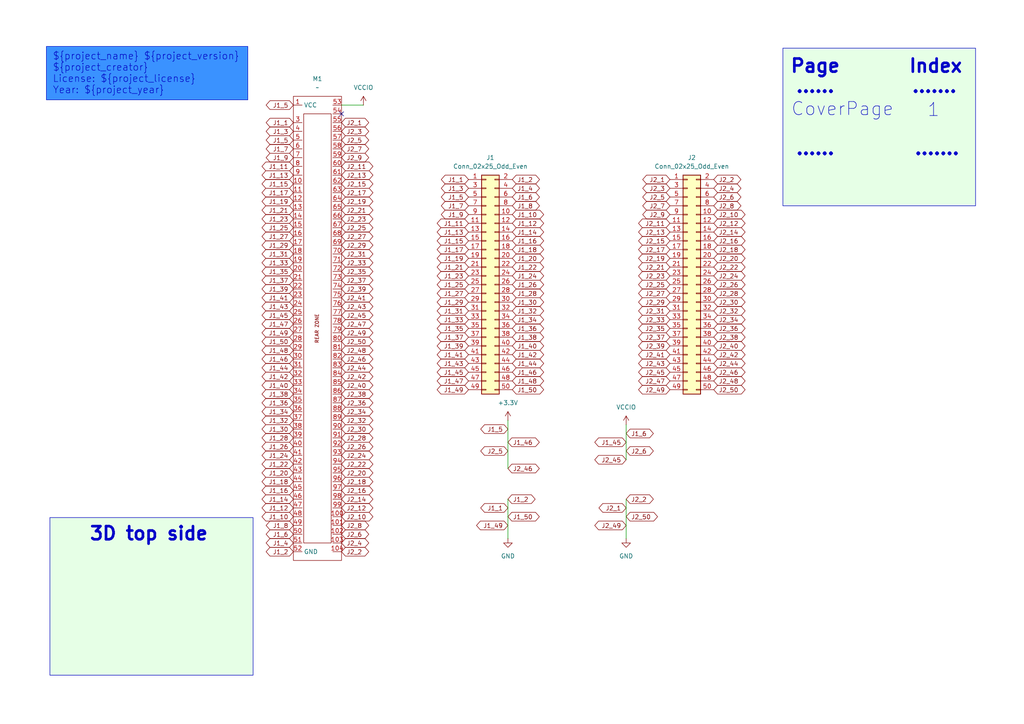
<source format=kicad_sch>
(kicad_sch (version 20250114) (generator "eeschema") (generator_version "9.0")
  (paper "A4")
  (title_block (title "${project_name}") (date "2025-11-10") (rev "${project_version}") (company "${project_creator}") (comment 1 "${project_license}"))
  (lib_symbols
    (symbol "Connector_Generic:Conn_02x25_Odd_Even" (pin_names (offset 1.016) (hide yes))
      (property "Reference" "J" (at 1.27 33.02 0))
      (property "Value" "Conn_02x25_Odd_Even" (at 1.27 -33.02 0))
      (symbol "Conn_02x25_Odd_Even_1_1"
        (rectangle (start -1.27 31.75) (end 3.81 -31.75) (stroke (width 0.254)) (fill (type background)))
        (rectangle (start -1.27 30.607) (end 0 30.353) (stroke (width 0.1524)))
        (rectangle (start -1.27 28.067) (end 0 27.813) (stroke (width 0.1524)))
        (rectangle (start -1.27 25.527) (end 0 25.273) (stroke (width 0.1524)))
        (rectangle (start -1.27 22.987) (end 0 22.733) (stroke (width 0.1524)))
        (rectangle (start -1.27 20.447) (end 0 20.193) (stroke (width 0.1524)))
        (rectangle (start -1.27 17.907) (end 0 17.653) (stroke (width 0.1524)))
        (rectangle (start -1.27 15.367) (end 0 15.113) (stroke (width 0.1524)))
        (rectangle (start -1.27 12.827) (end 0 12.573) (stroke (width 0.1524)))
        (rectangle (start -1.27 10.287) (end 0 10.033) (stroke (width 0.1524)))
        (rectangle (start -1.27 7.747) (end 0 7.493) (stroke (width 0.1524)))
        (rectangle (start -1.27 5.207) (end 0 4.953) (stroke (width 0.1524)))
        (rectangle (start -1.27 2.667) (end 0 2.413) (stroke (width 0.1524)))
        (rectangle (start -1.27 0.127) (end 0 -0.127) (stroke (width 0.1524)))
        (rectangle (start -1.27 -2.413) (end 0 -2.667) (stroke (width 0.1524)))
        (rectangle (start -1.27 -4.953) (end 0 -5.207) (stroke (width 0.1524)))
        (rectangle (start -1.27 -7.493) (end 0 -7.747) (stroke (width 0.1524)))
        (rectangle (start -1.27 -10.033) (end 0 -10.287) (stroke (width 0.1524)))
        (rectangle (start -1.27 -12.573) (end 0 -12.827) (stroke (width 0.1524)))
        (rectangle (start -1.27 -15.113) (end 0 -15.367) (stroke (width 0.1524)))
        (rectangle (start -1.27 -17.653) (end 0 -17.907) (stroke (width 0.1524)))
        (rectangle (start -1.27 -20.193) (end 0 -20.447) (stroke (width 0.1524)))
        (rectangle (start -1.27 -22.733) (end 0 -22.987) (stroke (width 0.1524)))
        (rectangle (start -1.27 -25.273) (end 0 -25.527) (stroke (width 0.1524)))
        (rectangle (start -1.27 -27.813) (end 0 -28.067) (stroke (width 0.1524)))
        (rectangle (start -1.27 -30.353) (end 0 -30.607) (stroke (width 0.1524)))
        (rectangle (start 3.81 30.607) (end 2.54 30.353) (stroke (width 0.1524)))
        (rectangle (start 3.81 28.067) (end 2.54 27.813) (stroke (width 0.1524)))
        (rectangle (start 3.81 25.527) (end 2.54 25.273) (stroke (width 0.1524)))
        (rectangle (start 3.81 22.987) (end 2.54 22.733) (stroke (width 0.1524)))
        (rectangle (start 3.81 20.447) (end 2.54 20.193) (stroke (width 0.1524)))
        (rectangle (start 3.81 17.907) (end 2.54 17.653) (stroke (width 0.1524)))
        (rectangle (start 3.81 15.367) (end 2.54 15.113) (stroke (width 0.1524)))
        (rectangle (start 3.81 12.827) (end 2.54 12.573) (stroke (width 0.1524)))
        (rectangle (start 3.81 10.287) (end 2.54 10.033) (stroke (width 0.1524)))
        (rectangle (start 3.81 7.747) (end 2.54 7.493) (stroke (width 0.1524)))
        (rectangle (start 3.81 5.207) (end 2.54 4.953) (stroke (width 0.1524)))
        (rectangle (start 3.81 2.667) (end 2.54 2.413) (stroke (width 0.1524)))
        (rectangle (start 3.81 0.127) (end 2.54 -0.127) (stroke (width 0.1524)))
        (rectangle (start 3.81 -2.413) (end 2.54 -2.667) (stroke (width 0.1524)))
        (rectangle (start 3.81 -4.953) (end 2.54 -5.207) (stroke (width 0.1524)))
        (rectangle (start 3.81 -7.493) (end 2.54 -7.747) (stroke (width 0.1524)))
        (rectangle (start 3.81 -10.033) (end 2.54 -10.287) (stroke (width 0.1524)))
        (rectangle (start 3.81 -12.573) (end 2.54 -12.827) (stroke (width 0.1524)))
        (rectangle (start 3.81 -15.113) (end 2.54 -15.367) (stroke (width 0.1524)))
        (rectangle (start 3.81 -17.653) (end 2.54 -17.907) (stroke (width 0.1524)))
        (rectangle (start 3.81 -20.193) (end 2.54 -20.447) (stroke (width 0.1524)))
        (rectangle (start 3.81 -22.733) (end 2.54 -22.987) (stroke (width 0.1524)))
        (rectangle (start 3.81 -25.273) (end 2.54 -25.527) (stroke (width 0.1524)))
        (rectangle (start 3.81 -27.813) (end 2.54 -28.067) (stroke (width 0.1524)))
        (rectangle (start 3.81 -30.353) (end 2.54 -30.607) (stroke (width 0.1524)))
        (pin passive line (at -5.08 30.48 0) (length 3.81) (name "Pin_1") (number "1"))
        (pin passive line (at -5.08 27.94 0) (length 3.81) (name "Pin_3") (number "3"))
        (pin passive line (at -5.08 25.4 0) (length 3.81) (name "Pin_5") (number "5"))
        (pin passive line (at -5.08 22.86 0) (length 3.81) (name "Pin_7") (number "7"))
        (pin passive line (at -5.08 20.32 0) (length 3.81) (name "Pin_9") (number "9"))
        (pin passive line (at -5.08 17.78 0) (length 3.81) (name "Pin_11") (number "11"))
        (pin passive line (at -5.08 15.24 0) (length 3.81) (name "Pin_13") (number "13"))
        (pin passive line (at -5.08 12.7 0) (length 3.81) (name "Pin_15") (number "15"))
        (pin passive line (at -5.08 10.16 0) (length 3.81) (name "Pin_17") (number "17"))
        (pin passive line (at -5.08 7.62 0) (length 3.81) (name "Pin_19") (number "19"))
        (pin passive line (at -5.08 5.08 0) (length 3.81) (name "Pin_21") (number "21"))
        (pin passive line (at -5.08 2.54 0) (length 3.81) (name "Pin_23") (number "23"))
        (pin passive line (at -5.08 0 0) (length 3.81) (name "Pin_25") (number "25"))
        (pin passive line (at -5.08 -2.54 0) (length 3.81) (name "Pin_27") (number "27"))
        (pin passive line (at -5.08 -5.08 0) (length 3.81) (name "Pin_29") (number "29"))
        (pin passive line (at -5.08 -7.62 0) (length 3.81) (name "Pin_31") (number "31"))
        (pin passive line (at -5.08 -10.16 0) (length 3.81) (name "Pin_33") (number "33"))
        (pin passive line (at -5.08 -12.7 0) (length 3.81) (name "Pin_35") (number "35"))
        (pin passive line (at -5.08 -15.24 0) (length 3.81) (name "Pin_37") (number "37"))
        (pin passive line (at -5.08 -17.78 0) (length 3.81) (name "Pin_39") (number "39"))
        (pin passive line (at -5.08 -20.32 0) (length 3.81) (name "Pin_41") (number "41"))
        (pin passive line (at -5.08 -22.86 0) (length 3.81) (name "Pin_43") (number "43"))
        (pin passive line (at -5.08 -25.4 0) (length 3.81) (name "Pin_45") (number "45"))
        (pin passive line (at -5.08 -27.94 0) (length 3.81) (name "Pin_47") (number "47"))
        (pin passive line (at -5.08 -30.48 0) (length 3.81) (name "Pin_49") (number "49"))
        (pin passive line (at 7.62 30.48 180) (length 3.81) (name "Pin_2") (number "2"))
        (pin passive line (at 7.62 27.94 180) (length 3.81) (name "Pin_4") (number "4"))
        (pin passive line (at 7.62 25.4 180) (length 3.81) (name "Pin_6") (number "6"))
        (pin passive line (at 7.62 22.86 180) (length 3.81) (name "Pin_8") (number "8"))
        (pin passive line (at 7.62 20.32 180) (length 3.81) (name "Pin_10") (number "10"))
        (pin passive line (at 7.62 17.78 180) (length 3.81) (name "Pin_12") (number "12"))
        (pin passive line (at 7.62 15.24 180) (length 3.81) (name "Pin_14") (number "14"))
        (pin passive line (at 7.62 12.7 180) (length 3.81) (name "Pin_16") (number "16"))
        (pin passive line (at 7.62 10.16 180) (length 3.81) (name "Pin_18") (number "18"))
        (pin passive line (at 7.62 7.62 180) (length 3.81) (name "Pin_20") (number "20"))
        (pin passive line (at 7.62 5.08 180) (length 3.81) (name "Pin_22") (number "22"))
        (pin passive line (at 7.62 2.54 180) (length 3.81) (name "Pin_24") (number "24"))
        (pin passive line (at 7.62 0 180) (length 3.81) (name "Pin_26") (number "26"))
        (pin passive line (at 7.62 -2.54 180) (length 3.81) (name "Pin_28") (number "28"))
        (pin passive line (at 7.62 -5.08 180) (length 3.81) (name "Pin_30") (number "30"))
        (pin passive line (at 7.62 -7.62 180) (length 3.81) (name "Pin_32") (number "32"))
        (pin passive line (at 7.62 -10.16 180) (length 3.81) (name "Pin_34") (number "34"))
        (pin passive line (at 7.62 -12.7 180) (length 3.81) (name "Pin_36") (number "36"))
        (pin passive line (at 7.62 -15.24 180) (length 3.81) (name "Pin_38") (number "38"))
        (pin passive line (at 7.62 -17.78 180) (length 3.81) (name "Pin_40") (number "40"))
        (pin passive line (at 7.62 -20.32 180) (length 3.81) (name "Pin_42") (number "42"))
        (pin passive line (at 7.62 -22.86 180) (length 3.81) (name "Pin_44") (number "44"))
        (pin passive line (at 7.62 -25.4 180) (length 3.81) (name "Pin_46") (number "46"))
        (pin passive line (at 7.62 -27.94 180) (length 3.81) (name "Pin_48") (number "48"))
        (pin passive line (at 7.62 -30.48 180) (length 3.81) (name "Pin_50") (number "50"))
      )
    )
    (symbol "MegaCastle:MegaCastle2x52-Module-I42.0x127.3-M1"
      (property "Reference" "M" (at 0 -69.85 0))
      (symbol "MegaCastle2x52-Module-I42.0x127.3-M1_0_1"
        (rectangle (start -6.35 67.31) (end 7.62 -67.31))
        (rectangle (start -3.35 62.23) (end 4.62 -62.23))
      )
      (symbol "MegaCastle2x52-Module-I42.0x127.3-M1_1_1"
        (text "REAR ZONE" (at 0.5 0 900) (effects (font (size 1 1))))
        (pin bidirectional line (at -6.35 64.77 0) (length 2.54) (name "VCC") (number "1"))
        (pin bidirectional line (at -6.35 59.69 0) (length 2.54) (name "") (number "3"))
        (pin bidirectional line (at -6.35 57.15 0) (length 2.54) (name "") (number "4"))
        (pin bidirectional line (at -6.35 54.61 0) (length 2.54) (name "") (number "5"))
        (pin bidirectional line (at -6.35 52.07 0) (length 2.54) (name "") (number "6"))
        (pin bidirectional line (at -6.35 49.53 0) (length 2.54) (name "") (number "7"))
        (pin bidirectional line (at -6.35 46.99 0) (length 2.54) (name "") (number "8"))
        (pin bidirectional line (at -6.35 44.45 0) (length 2.54) (name "") (number "9"))
        (pin bidirectional line (at -6.35 41.91 0) (length 2.54) (name "") (number "10"))
        (pin bidirectional line (at -6.35 39.37 0) (length 2.54) (name "") (number "11"))
        (pin bidirectional line (at -6.35 36.83 0) (length 2.54) (name "") (number "12"))
        (pin bidirectional line (at -6.35 34.29 0) (length 2.54) (name "") (number "13"))
        (pin bidirectional line (at -6.35 31.75 0) (length 2.54) (name "") (number "14"))
        (pin bidirectional line (at -6.35 29.21 0) (length 2.54) (name "") (number "15"))
        (pin bidirectional line (at -6.35 26.67 0) (length 2.54) (name "") (number "16"))
        (pin bidirectional line (at -6.35 24.13 0) (length 2.54) (name "") (number "17"))
        (pin bidirectional line (at -6.35 21.59 0) (length 2.54) (name "") (number "18"))
        (pin bidirectional line (at -6.35 19.05 0) (length 2.54) (name "") (number "19"))
        (pin bidirectional line (at -6.35 16.51 0) (length 2.54) (name "") (number "20"))
        (pin bidirectional line (at -6.35 13.97 0) (length 2.54) (name "") (number "21"))
        (pin bidirectional line (at -6.35 11.43 0) (length 2.54) (name "") (number "22"))
        (pin bidirectional line (at -6.35 8.89 0) (length 2.54) (name "") (number "23"))
        (pin bidirectional line (at -6.35 6.35 0) (length 2.54) (name "") (number "24"))
        (pin bidirectional line (at -6.35 3.81 0) (length 2.54) (name "") (number "25"))
        (pin bidirectional line (at -6.35 1.27 0) (length 2.54) (name "") (number "26"))
        (pin bidirectional line (at -6.35 -1.27 0) (length 2.54) (name "") (number "27"))
        (pin bidirectional line (at -6.35 -3.81 0) (length 2.54) (name "") (number "28"))
        (pin bidirectional line (at -6.35 -6.35 0) (length 2.54) (name "") (number "29"))
        (pin bidirectional line (at -6.35 -8.89 0) (length 2.54) (name "") (number "30"))
        (pin bidirectional line (at -6.35 -11.43 0) (length 2.54) (name "") (number "31"))
        (pin bidirectional line (at -6.35 -13.97 0) (length 2.54) (name "") (number "32"))
        (pin bidirectional line (at -6.35 -16.51 0) (length 2.54) (name "") (number "33"))
        (pin bidirectional line (at -6.35 -19.05 0) (length 2.54) (name "") (number "34"))
        (pin bidirectional line (at -6.35 -21.59 0) (length 2.54) (name "") (number "35"))
        (pin bidirectional line (at -6.35 -24.13 0) (length 2.54) (name "") (number "36"))
        (pin bidirectional line (at -6.35 -26.67 0) (length 2.54) (name "") (number "37"))
        (pin bidirectional line (at -6.35 -29.21 0) (length 2.54) (name "") (number "38"))
        (pin bidirectional line (at -6.35 -31.75 0) (length 2.54) (name "") (number "39"))
        (pin bidirectional line (at -6.35 -34.29 0) (length 2.54) (name "") (number "40"))
        (pin bidirectional line (at -6.35 -36.83 0) (length 2.54) (name "") (number "41"))
        (pin bidirectional line (at -6.35 -39.37 0) (length 2.54) (name "") (number "42"))
        (pin bidirectional line (at -6.35 -41.91 0) (length 2.54) (name "") (number "43"))
        (pin bidirectional line (at -6.35 -44.45 0) (length 2.54) (name "") (number "44"))
        (pin bidirectional line (at -6.35 -46.99 0) (length 2.54) (name "") (number "45"))
        (pin bidirectional line (at -6.35 -49.53 0) (length 2.54) (name "") (number "46"))
        (pin bidirectional line (at -6.35 -52.07 0) (length 2.54) (name "") (number "47"))
        (pin bidirectional line (at -6.35 -54.61 0) (length 2.54) (name "") (number "48"))
        (pin bidirectional line (at -6.35 -57.15 0) (length 2.54) (name "") (number "49"))
        (pin bidirectional line (at -6.35 -59.69 0) (length 2.54) (name "") (number "50"))
        (pin bidirectional line (at -6.35 -62.23 0) (length 2.54) (name "") (number "51"))
        (pin bidirectional line (at -6.35 -64.77 0) (length 2.54) (name "GND") (number "52"))
        (pin bidirectional line (at 7.62 64.77 180) (length 2.54) (name "") (number "53"))
        (pin bidirectional line (at 7.62 62.23 180) (length 2.54) (name "") (number "54"))
        (pin bidirectional line (at 7.62 59.69 180) (length 2.54) (name "") (number "55"))
        (pin bidirectional line (at 7.62 57.15 180) (length 2.54) (name "") (number "56"))
        (pin bidirectional line (at 7.62 54.61 180) (length 2.54) (name "") (number "57"))
        (pin bidirectional line (at 7.62 52.07 180) (length 2.54) (name "") (number "58"))
        (pin bidirectional line (at 7.62 49.53 180) (length 2.54) (name "") (number "59"))
        (pin bidirectional line (at 7.62 46.99 180) (length 2.54) (name "") (number "60"))
        (pin bidirectional line (at 7.62 44.45 180) (length 2.54) (name "") (number "61"))
        (pin bidirectional line (at 7.62 41.91 180) (length 2.54) (name "") (number "62"))
        (pin bidirectional line (at 7.62 39.37 180) (length 2.54) (name "") (number "63"))
        (pin bidirectional line (at 7.62 36.83 180) (length 2.54) (name "") (number "64"))
        (pin bidirectional line (at 7.62 34.29 180) (length 2.54) (name "") (number "65"))
        (pin bidirectional line (at 7.62 31.75 180) (length 2.54) (name "") (number "66"))
        (pin bidirectional line (at 7.62 29.21 180) (length 2.54) (name "") (number "67"))
        (pin bidirectional line (at 7.62 26.67 180) (length 2.54) (name "") (number "68"))
        (pin bidirectional line (at 7.62 24.13 180) (length 2.54) (name "") (number "69"))
        (pin bidirectional line (at 7.62 21.59 180) (length 2.54) (name "") (number "70"))
        (pin bidirectional line (at 7.62 19.05 180) (length 2.54) (name "") (number "71"))
        (pin bidirectional line (at 7.62 16.51 180) (length 2.54) (name "") (number "72"))
        (pin bidirectional line (at 7.62 13.97 180) (length 2.54) (name "") (number "73"))
        (pin bidirectional line (at 7.62 11.43 180) (length 2.54) (name "") (number "74"))
        (pin bidirectional line (at 7.62 8.89 180) (length 2.54) (name "") (number "75"))
        (pin bidirectional line (at 7.62 6.35 180) (length 2.54) (name "") (number "76"))
        (pin bidirectional line (at 7.62 3.81 180) (length 2.54) (name "") (number "77"))
        (pin bidirectional line (at 7.62 1.27 180) (length 2.54) (name "") (number "78"))
        (pin bidirectional line (at 7.62 -1.27 180) (length 2.54) (name "") (number "79"))
        (pin bidirectional line (at 7.62 -3.81 180) (length 2.54) (name "") (number "80"))
        (pin bidirectional line (at 7.62 -6.35 180) (length 2.54) (name "") (number "81"))
        (pin bidirectional line (at 7.62 -8.89 180) (length 2.54) (name "") (number "82"))
        (pin bidirectional line (at 7.62 -11.43 180) (length 2.54) (name "") (number "83"))
        (pin bidirectional line (at 7.62 -13.97 180) (length 2.54) (name "") (number "84"))
        (pin bidirectional line (at 7.62 -16.51 180) (length 2.54) (name "") (number "85"))
        (pin bidirectional line (at 7.62 -19.05 180) (length 2.54) (name "") (number "86"))
        (pin bidirectional line (at 7.62 -21.59 180) (length 2.54) (name "") (number "87"))
        (pin bidirectional line (at 7.62 -24.13 180) (length 2.54) (name "") (number "88"))
        (pin bidirectional line (at 7.62 -26.67 180) (length 2.54) (name "") (number "89"))
        (pin bidirectional line (at 7.62 -29.21 180) (length 2.54) (name "") (number "90"))
        (pin bidirectional line (at 7.62 -31.75 180) (length 2.54) (name "") (number "91"))
        (pin bidirectional line (at 7.62 -34.29 180) (length 2.54) (name "") (number "92"))
        (pin bidirectional line (at 7.62 -36.83 180) (length 2.54) (name "") (number "93"))
        (pin bidirectional line (at 7.62 -39.37 180) (length 2.54) (name "") (number "94"))
        (pin bidirectional line (at 7.62 -41.91 180) (length 2.54) (name "") (number "95"))
        (pin bidirectional line (at 7.62 -44.45 180) (length 2.54) (name "") (number "96"))
        (pin bidirectional line (at 7.62 -46.99 180) (length 2.54) (name "") (number "97"))
        (pin bidirectional line (at 7.62 -49.53 180) (length 2.54) (name "") (number "98"))
        (pin bidirectional line (at 7.62 -52.07 180) (length 2.54) (name "") (number "99"))
        (pin bidirectional line (at 7.62 -54.61 180) (length 2.54) (name "") (number "100"))
        (pin bidirectional line (at 7.62 -57.15 180) (length 2.54) (name "") (number "101"))
        (pin bidirectional line (at 7.62 -59.69 180) (length 2.54) (name "") (number "102"))
        (pin bidirectional line (at 7.62 -62.23 180) (length 2.54) (name "") (number "103"))
        (pin bidirectional line (at 7.62 -64.77 180) (length 2.54) (name "") (number "104"))
      )
    )
    (symbol "power:+3.3V" (power) (pin_numbers (hide yes)) (pin_names (offset 0) (hide yes))
      (property "Value" "+3.3V" (at 0 3.556 0))
      (symbol "+3.3V_0_1"
        (polyline (pts (xy -0.762 1.27) (xy 0 2.54)))
        (polyline (pts (xy 0 2.54) (xy 0.762 1.27)))
        (polyline (pts (xy 0 0) (xy 0 2.54)))
      )
      (symbol "+3.3V_1_1"
        (pin power_in line (at 0 0 90) (length 0) (name "~") (number "1"))
      )
    )
    (symbol "power:GND" (power) (pin_numbers (hide yes)) (pin_names (offset 0) (hide yes))
      (property "Value" "GND" (at 0 -3.81 0))
      (symbol "GND_0_1"
        (polyline (pts (xy 0 0) (xy 0 -1.27) (xy 1.27 -1.27) (xy 0 -2.54) (xy -1.27 -1.27) (xy 0 -1.27)))
      )
      (symbol "GND_1_1"
        (pin power_in line (at 0 0 270) (length 0) (name "~") (number "1"))
      )
    )
    (symbol "power:VCC" (power) (pin_numbers (hide yes)) (pin_names (offset 0) (hide yes))
      (property "Value" "VCC" (at 0 3.556 0))
      (symbol "VCC_0_1"
        (polyline (pts (xy -0.762 1.27) (xy 0 2.54)))
        (polyline (pts (xy 0 2.54) (xy 0.762 1.27)))
        (polyline (pts (xy 0 0) (xy 0 2.54)))
      )
      (symbol "VCC_1_1"
        (pin power_in line (at 0 0 90) (length 0) (name "~") (number "1"))
      )
    )
  )
  (rectangle (start 227.076 13.97) (end 282.956 59.69) (fill (type color) (color 0 255 0 0.1)))
  (rectangle (start 14.478 150.114) (end 73.406 195.834) (fill (type color) (color 0 255 0 0.1)))
  (rectangle (start 13.462 13.462) (end 71.882 28.956) (fill (type color) (color 58 146 255 1)))
  (text "3D top side" (at 43.18 154.94 0) (effects (font (size 3.81 3.81) (thickness 0.762) (bold yes))))
  (text "......" (at 236.474 25.146 0) (effects (font (size 3.81 3.81) (thickness 0.762) (bold yes))))
  (text "1" (at 270.764 32.004 0) (effects (font (size 3.81 3.81))))
  (text "CoverPage" (at 244.348 31.75 0) (effects (font (size 3.81 3.81))))
  (text "......" (at 236.474 43.18 0) (effects (font (size 3.81 3.81) (thickness 0.762) (bold yes))))
  (text "${project_name} ${project_version}\n${project_creator}\nLicense: ${project_license}\nYear: ${project_year}" (at 15.24 15.24 0) (effects (font (size 2.032 2.032)) (justify left top)))
  (text "Page" (at 236.474 19.304 0) (effects (font (size 3.81 3.81) (thickness 0.762) (bold yes))))
  (text "......." (at 271.78 43.18 0) (effects (font (size 3.81 3.81) (thickness 0.762) (bold yes))))
  (text "         Index" (at 258.318 19.304 0) (effects (font (size 3.81 3.81) (thickness 0.762) (bold yes))))
  (text "......." (at 271.018 25.146 0) (effects (font (size 3.81 3.81) (thickness 0.762) (bold yes))))
  (no_connect (at 99.06 33.02))
  (wire (pts (xy 147.32 121.92) (xy 147.32 135.89)))
  (wire (pts (xy 99.06 30.48) (xy 105.41 30.48)))
  (wire (pts (xy 181.61 144.78) (xy 181.61 156.21)))
  (wire (pts (xy 181.61 123.19) (xy 181.61 133.35)))
  (wire (pts (xy 147.32 144.78) (xy 147.32 156.21)))
  (global_label "J2_6" (shape bidirectional) (at 207.01 57.15 0) (property "Intersheetrefs" "${INTERSHEET_REFS}" (effects (hide yes))))
  (global_label "J2_8" (shape bidirectional) (at 99.06 152.4 0) (property "Intersheetrefs" "${INTERSHEET_REFS}" (effects (hide yes))))
  (global_label "J1_25" (shape bidirectional) (at 85.09 66.04 180) (property "Intersheetrefs" "${INTERSHEET_REFS}" (effects (hide yes))))
  (global_label "J1_43" (shape bidirectional) (at 85.09 88.9 180) (property "Intersheetrefs" "${INTERSHEET_REFS}" (effects (hide yes))))
  (global_label "J1_28" (shape bidirectional) (at 148.59 85.09 0) (property "Intersheetrefs" "${INTERSHEET_REFS}" (effects (hide yes))))
  (global_label "J1_48" (shape bidirectional) (at 148.59 110.49 0) (property "Intersheetrefs" "${INTERSHEET_REFS}" (effects (hide yes))))
  (global_label "J2_49" (shape bidirectional) (at 181.61 152.4 180) (property "Intersheetrefs" "${INTERSHEET_REFS}" (effects (hide yes))))
  (global_label "J1_50" (shape bidirectional) (at 148.59 113.03 0) (property "Intersheetrefs" "${INTERSHEET_REFS}" (effects (hide yes))))
  (global_label "J2_18" (shape bidirectional) (at 99.06 139.7 0) (property "Intersheetrefs" "${INTERSHEET_REFS}" (effects (hide yes))))
  (global_label "J2_9" (shape bidirectional) (at 194.31 62.23 180) (property "Intersheetrefs" "${INTERSHEET_REFS}" (effects (hide yes))))
  (global_label "J2_22" (shape bidirectional) (at 99.06 134.62 0) (property "Intersheetrefs" "${INTERSHEET_REFS}" (effects (hide yes))))
  (global_label "J1_13" (shape bidirectional) (at 85.09 50.8 180) (property "Intersheetrefs" "${INTERSHEET_REFS}" (effects (hide yes))))
  (global_label "J2_31" (shape bidirectional) (at 99.06 73.66 0) (property "Intersheetrefs" "${INTERSHEET_REFS}" (effects (hide yes))))
  (global_label "J1_20" (shape bidirectional) (at 85.09 137.16 180) (property "Intersheetrefs" "${INTERSHEET_REFS}" (effects (hide yes))))
  (global_label "J1_37" (shape bidirectional) (at 135.89 97.79 180) (property "Intersheetrefs" "${INTERSHEET_REFS}" (effects (hide yes))))
  (global_label "J2_30" (shape bidirectional) (at 99.06 124.46 0) (property "Intersheetrefs" "${INTERSHEET_REFS}" (effects (hide yes))))
  (global_label "J1_18" (shape bidirectional) (at 148.59 72.39 0) (property "Intersheetrefs" "${INTERSHEET_REFS}" (effects (hide yes))))
  (global_label "J1_1" (shape bidirectional) (at 147.32 147.32 180) (property "Intersheetrefs" "${INTERSHEET_REFS}" (effects (hide yes))))
  (global_label "J2_41" (shape bidirectional) (at 99.06 86.36 0) (property "Intersheetrefs" "${INTERSHEET_REFS}" (effects (hide yes))))
  (global_label "J2_48" (shape bidirectional) (at 207.01 110.49 0) (property "Intersheetrefs" "${INTERSHEET_REFS}" (effects (hide yes))))
  (global_label "J2_34" (shape bidirectional) (at 207.01 92.71 0) (property "Intersheetrefs" "${INTERSHEET_REFS}" (effects (hide yes))))
  (global_label "J1_50" (shape bidirectional) (at 147.32 149.86 0) (property "Intersheetrefs" "${INTERSHEET_REFS}" (effects (hide yes))))
  (global_label "J2_2" (shape bidirectional) (at 99.06 160.02 0) (property "Intersheetrefs" "${INTERSHEET_REFS}" (effects (hide yes))))
  (global_label "J1_43" (shape bidirectional) (at 135.89 105.41 180) (property "Intersheetrefs" "${INTERSHEET_REFS}" (effects (hide yes))))
  (global_label "J2_9" (shape bidirectional) (at 99.06 45.72 0) (property "Intersheetrefs" "${INTERSHEET_REFS}" (effects (hide yes))))
  (global_label "J1_6" (shape bidirectional) (at 148.59 57.15 0) (property "Intersheetrefs" "${INTERSHEET_REFS}" (effects (hide yes))))
  (global_label "J1_41" (shape bidirectional) (at 135.89 102.87 180) (property "Intersheetrefs" "${INTERSHEET_REFS}" (effects (hide yes))))
  (global_label "J2_49" (shape bidirectional) (at 99.06 96.52 0) (property "Intersheetrefs" "${INTERSHEET_REFS}" (effects (hide yes))))
  (global_label "J2_31" (shape bidirectional) (at 194.31 90.17 180) (property "Intersheetrefs" "${INTERSHEET_REFS}" (effects (hide yes))))
  (global_label "J1_32" (shape bidirectional) (at 85.09 121.92 180) (property "Intersheetrefs" "${INTERSHEET_REFS}" (effects (hide yes))))
  (global_label "J2_37" (shape bidirectional) (at 99.06 81.28 0) (property "Intersheetrefs" "${INTERSHEET_REFS}" (effects (hide yes))))
  (global_label "J2_20" (shape bidirectional) (at 207.01 74.93 0) (property "Intersheetrefs" "${INTERSHEET_REFS}" (effects (hide yes))))
  (global_label "J1_6" (shape bidirectional) (at 85.09 154.94 180) (property "Intersheetrefs" "${INTERSHEET_REFS}" (effects (hide yes))))
  (global_label "J1_26" (shape bidirectional) (at 85.09 129.54 180) (property "Intersheetrefs" "${INTERSHEET_REFS}" (effects (hide yes))))
  (global_label "J1_28" (shape bidirectional) (at 85.09 127 180) (property "Intersheetrefs" "${INTERSHEET_REFS}" (effects (hide yes))))
  (global_label "J2_38" (shape bidirectional) (at 207.01 97.79 0) (property "Intersheetrefs" "${INTERSHEET_REFS}" (effects (hide yes))))
  (global_label "J1_44" (shape bidirectional) (at 148.59 105.41 0) (property "Intersheetrefs" "${INTERSHEET_REFS}" (effects (hide yes))))
  (global_label "J2_40" (shape bidirectional) (at 207.01 100.33 0) (property "Intersheetrefs" "${INTERSHEET_REFS}" (effects (hide yes))))
  (global_label "J2_35" (shape bidirectional) (at 99.06 78.74 0) (property "Intersheetrefs" "${INTERSHEET_REFS}" (effects (hide yes))))
  (global_label "J1_36" (shape bidirectional) (at 85.09 116.84 180) (property "Intersheetrefs" "${INTERSHEET_REFS}" (effects (hide yes))))
  (global_label "J2_17" (shape bidirectional) (at 99.06 55.88 0) (property "Intersheetrefs" "${INTERSHEET_REFS}" (effects (hide yes))))
  (global_label "J1_47" (shape bidirectional) (at 135.89 110.49 180) (property "Intersheetrefs" "${INTERSHEET_REFS}" (effects (hide yes))))
  (global_label "J2_3" (shape bidirectional) (at 194.31 54.61 180) (property "Intersheetrefs" "${INTERSHEET_REFS}" (effects (hide yes))))
  (global_label "J1_22" (shape bidirectional) (at 148.59 77.47 0) (property "Intersheetrefs" "${INTERSHEET_REFS}" (effects (hide yes))))
  (global_label "J2_16" (shape bidirectional) (at 99.06 142.24 0) (property "Intersheetrefs" "${INTERSHEET_REFS}" (effects (hide yes))))
  (global_label "J1_11" (shape bidirectional) (at 135.89 64.77 180) (property "Intersheetrefs" "${INTERSHEET_REFS}" (effects (hide yes))))
  (global_label "J1_4" (shape bidirectional) (at 85.09 157.48 180) (property "Intersheetrefs" "${INTERSHEET_REFS}" (effects (hide yes))))
  (global_label "J2_1" (shape bidirectional) (at 181.61 147.32 180) (property "Intersheetrefs" "${INTERSHEET_REFS}" (effects (hide yes))))
  (global_label "J2_46" (shape bidirectional) (at 207.01 107.95 0) (property "Intersheetrefs" "${INTERSHEET_REFS}" (effects (hide yes))))
  (global_label "J2_42" (shape bidirectional) (at 99.06 109.22 0) (property "Intersheetrefs" "${INTERSHEET_REFS}" (effects (hide yes))))
  (global_label "J2_11" (shape bidirectional) (at 99.06 48.26 0) (property "Intersheetrefs" "${INTERSHEET_REFS}" (effects (hide yes))))
  (global_label "J1_31" (shape bidirectional) (at 135.89 90.17 180) (property "Intersheetrefs" "${INTERSHEET_REFS}" (effects (hide yes))))
  (global_label "J2_45" (shape bidirectional) (at 181.61 133.35 180) (property "Intersheetrefs" "${INTERSHEET_REFS}" (effects (hide yes))))
  (global_label "J2_2" (shape bidirectional) (at 181.61 144.78 0) (property "Intersheetrefs" "${INTERSHEET_REFS}" (effects (hide yes))))
  (global_label "J1_38" (shape bidirectional) (at 85.09 114.3 180) (property "Intersheetrefs" "${INTERSHEET_REFS}" (effects (hide yes))))
  (global_label "J2_50" (shape bidirectional) (at 207.01 113.03 0) (property "Intersheetrefs" "${INTERSHEET_REFS}" (effects (hide yes))))
  (global_label "J2_47" (shape bidirectional) (at 194.31 110.49 180) (property "Intersheetrefs" "${INTERSHEET_REFS}" (effects (hide yes))))
  (global_label "J2_24" (shape bidirectional) (at 99.06 132.08 0) (property "Intersheetrefs" "${INTERSHEET_REFS}" (effects (hide yes))))
  (global_label "J2_13" (shape bidirectional) (at 99.06 50.8 0) (property "Intersheetrefs" "${INTERSHEET_REFS}" (effects (hide yes))))
  (global_label "J2_48" (shape bidirectional) (at 99.06 101.6 0) (property "Intersheetrefs" "${INTERSHEET_REFS}" (effects (hide yes))))
  (global_label "J2_28" (shape bidirectional) (at 99.06 127 0) (property "Intersheetrefs" "${INTERSHEET_REFS}" (effects (hide yes))))
  (global_label "J1_9" (shape bidirectional) (at 85.09 45.72 180) (property "Intersheetrefs" "${INTERSHEET_REFS}" (effects (hide yes))))
  (global_label "J2_39" (shape bidirectional) (at 194.31 100.33 180) (property "Intersheetrefs" "${INTERSHEET_REFS}" (effects (hide yes))))
  (global_label "J1_3" (shape bidirectional) (at 135.89 54.61 180) (property "Intersheetrefs" "${INTERSHEET_REFS}" (effects (hide yes))))
  (global_label "J1_17" (shape bidirectional) (at 85.09 55.88 180) (property "Intersheetrefs" "${INTERSHEET_REFS}" (effects (hide yes))))
  (global_label "J1_49" (shape bidirectional) (at 85.09 96.52 180) (property "Intersheetrefs" "${INTERSHEET_REFS}" (effects (hide yes))))
  (global_label "J1_30" (shape bidirectional) (at 85.09 124.46 180) (property "Intersheetrefs" "${INTERSHEET_REFS}" (effects (hide yes))))
  (global_label "J2_6" (shape bidirectional) (at 181.61 130.81 0) (property "Intersheetrefs" "${INTERSHEET_REFS}" (effects (hide yes))))
  (global_label "J1_29" (shape bidirectional) (at 85.09 71.12 180) (property "Intersheetrefs" "${INTERSHEET_REFS}" (effects (hide yes))))
  (global_label "J1_41" (shape bidirectional) (at 85.09 86.36 180) (property "Intersheetrefs" "${INTERSHEET_REFS}" (effects (hide yes))))
  (global_label "J1_16" (shape bidirectional) (at 148.59 69.85 0) (property "Intersheetrefs" "${INTERSHEET_REFS}" (effects (hide yes))))
  (global_label "J2_10" (shape bidirectional) (at 99.06 149.86 0) (property "Intersheetrefs" "${INTERSHEET_REFS}" (effects (hide yes))))
  (global_label "J1_49" (shape bidirectional) (at 135.89 113.03 180) (property "Intersheetrefs" "${INTERSHEET_REFS}" (effects (hide yes))))
  (global_label "J1_7" (shape bidirectional) (at 135.89 59.69 180) (property "Intersheetrefs" "${INTERSHEET_REFS}" (effects (hide yes))))
  (global_label "J2_15" (shape bidirectional) (at 99.06 53.34 0) (property "Intersheetrefs" "${INTERSHEET_REFS}" (effects (hide yes))))
  (global_label "J1_3" (shape bidirectional) (at 85.09 38.1 180) (property "Intersheetrefs" "${INTERSHEET_REFS}" (effects (hide yes))))
  (global_label "J2_25" (shape bidirectional) (at 194.31 82.55 180) (property "Intersheetrefs" "${INTERSHEET_REFS}" (effects (hide yes))))
  (global_label "J1_47" (shape bidirectional) (at 85.09 93.98 180) (property "Intersheetrefs" "${INTERSHEET_REFS}" (effects (hide yes))))
  (global_label "J2_28" (shape bidirectional) (at 207.01 85.09 0) (property "Intersheetrefs" "${INTERSHEET_REFS}" (effects (hide yes))))
  (global_label "J2_1" (shape bidirectional) (at 99.06 35.56 0) (property "Intersheetrefs" "${INTERSHEET_REFS}" (effects (hide yes))))
  (global_label "J1_2" (shape bidirectional) (at 147.32 144.78 0) (property "Intersheetrefs" "${INTERSHEET_REFS}" (effects (hide yes))))
  (global_label "J1_25" (shape bidirectional) (at 135.89 82.55 180) (property "Intersheetrefs" "${INTERSHEET_REFS}" (effects (hide yes))))
  (global_label "J2_50" (shape bidirectional) (at 99.06 99.06 0) (property "Intersheetrefs" "${INTERSHEET_REFS}" (effects (hide yes))))
  (global_label "J1_29" (shape bidirectional) (at 135.89 87.63 180) (property "Intersheetrefs" "${INTERSHEET_REFS}" (effects (hide yes))))
  (global_label "J2_36" (shape bidirectional) (at 207.01 95.25 0) (property "Intersheetrefs" "${INTERSHEET_REFS}" (effects (hide yes))))
  (global_label "J2_4" (shape bidirectional) (at 207.01 54.61 0) (property "Intersheetrefs" "${INTERSHEET_REFS}" (effects (hide yes))))
  (global_label "J2_34" (shape bidirectional) (at 99.06 119.38 0) (property "Intersheetrefs" "${INTERSHEET_REFS}" (effects (hide yes))))
  (global_label "J2_32" (shape bidirectional) (at 207.01 90.17 0) (property "Intersheetrefs" "${INTERSHEET_REFS}" (effects (hide yes))))
  (global_label "J1_27" (shape bidirectional) (at 85.09 68.58 180) (property "Intersheetrefs" "${INTERSHEET_REFS}" (effects (hide yes))))
  (global_label "J1_21" (shape bidirectional) (at 85.09 60.96 180) (property "Intersheetrefs" "${INTERSHEET_REFS}" (effects (hide yes))))
  (global_label "J2_5" (shape bidirectional) (at 194.31 57.15 180) (property "Intersheetrefs" "${INTERSHEET_REFS}" (effects (hide yes))))
  (global_label "J1_31" (shape bidirectional) (at 85.09 73.66 180) (property "Intersheetrefs" "${INTERSHEET_REFS}" (effects (hide yes))))
  (global_label "J2_3" (shape bidirectional) (at 99.06 38.1 0) (property "Intersheetrefs" "${INTERSHEET_REFS}" (effects (hide yes))))
  (global_label "J1_12" (shape bidirectional) (at 85.09 147.32 180) (property "Intersheetrefs" "${INTERSHEET_REFS}" (effects (hide yes))))
  (global_label "J1_38" (shape bidirectional) (at 148.59 97.79 0) (property "Intersheetrefs" "${INTERSHEET_REFS}" (effects (hide yes))))
  (global_label "J2_1" (shape bidirectional) (at 194.31 52.07 180) (property "Intersheetrefs" "${INTERSHEET_REFS}" (effects (hide yes))))
  (global_label "J2_29" (shape bidirectional) (at 99.06 71.12 0) (property "Intersheetrefs" "${INTERSHEET_REFS}" (effects (hide yes))))
  (global_label "J1_35" (shape bidirectional) (at 135.89 95.25 180) (property "Intersheetrefs" "${INTERSHEET_REFS}" (effects (hide yes))))
  (global_label "J1_23" (shape bidirectional) (at 135.89 80.01 180) (property "Intersheetrefs" "${INTERSHEET_REFS}" (effects (hide yes))))
  (global_label "J2_50" (shape bidirectional) (at 181.61 149.86 0) (property "Intersheetrefs" "${INTERSHEET_REFS}" (effects (hide yes))))
  (global_label "J1_5" (shape bidirectional) (at 135.89 57.15 180) (property "Intersheetrefs" "${INTERSHEET_REFS}" (effects (hide yes))))
  (global_label "J2_26" (shape bidirectional) (at 207.01 82.55 0) (property "Intersheetrefs" "${INTERSHEET_REFS}" (effects (hide yes))))
  (global_label "J1_11" (shape bidirectional) (at 85.09 48.26 180) (property "Intersheetrefs" "${INTERSHEET_REFS}" (effects (hide yes))))
  (global_label "J2_37" (shape bidirectional) (at 194.31 97.79 180) (property "Intersheetrefs" "${INTERSHEET_REFS}" (effects (hide yes))))
  (global_label "J1_21" (shape bidirectional) (at 135.89 77.47 180) (property "Intersheetrefs" "${INTERSHEET_REFS}" (effects (hide yes))))
  (global_label "J1_37" (shape bidirectional) (at 85.09 81.28 180) (property "Intersheetrefs" "${INTERSHEET_REFS}" (effects (hide yes))))
  (global_label "J2_5" (shape bidirectional) (at 99.06 40.64 0) (property "Intersheetrefs" "${INTERSHEET_REFS}" (effects (hide yes))))
  (global_label "J1_9" (shape bidirectional) (at 135.89 62.23 180) (property "Intersheetrefs" "${INTERSHEET_REFS}" (effects (hide yes))))
  (global_label "J2_15" (shape bidirectional) (at 194.31 69.85 180) (property "Intersheetrefs" "${INTERSHEET_REFS}" (effects (hide yes))))
  (global_label "J2_11" (shape bidirectional) (at 194.31 64.77 180) (property "Intersheetrefs" "${INTERSHEET_REFS}" (effects (hide yes))))
  (global_label "J1_34" (shape bidirectional) (at 85.09 119.38 180) (property "Intersheetrefs" "${INTERSHEET_REFS}" (effects (hide yes))))
  (global_label "J2_49" (shape bidirectional) (at 194.31 113.03 180) (property "Intersheetrefs" "${INTERSHEET_REFS}" (effects (hide yes))))
  (global_label "J1_6" (shape bidirectional) (at 181.61 125.73 0) (property "Intersheetrefs" "${INTERSHEET_REFS}" (effects (hide yes))))
  (global_label "J1_1" (shape bidirectional) (at 85.09 35.56 180) (property "Intersheetrefs" "${INTERSHEET_REFS}" (effects (hide yes))))
  (global_label "J1_30" (shape bidirectional) (at 148.59 87.63 0) (property "Intersheetrefs" "${INTERSHEET_REFS}" (effects (hide yes))))
  (global_label "J1_5" (shape bidirectional) (at 85.09 40.64 180) (property "Intersheetrefs" "${INTERSHEET_REFS}" (effects (hide yes))))
  (global_label "J1_39" (shape bidirectional) (at 85.09 83.82 180) (property "Intersheetrefs" "${INTERSHEET_REFS}" (effects (hide yes))))
  (global_label "J2_29" (shape bidirectional) (at 194.31 87.63 180) (property "Intersheetrefs" "${INTERSHEET_REFS}" (effects (hide yes))))
  (global_label "J1_35" (shape bidirectional) (at 85.09 78.74 180) (property "Intersheetrefs" "${INTERSHEET_REFS}" (effects (hide yes))))
  (global_label "J2_14" (shape bidirectional) (at 99.06 144.78 0) (property "Intersheetrefs" "${INTERSHEET_REFS}" (effects (hide yes))))
  (global_label "J1_18" (shape bidirectional) (at 85.09 139.7 180) (property "Intersheetrefs" "${INTERSHEET_REFS}" (effects (hide yes))))
  (global_label "J2_46" (shape bidirectional) (at 99.06 104.14 0) (property "Intersheetrefs" "${INTERSHEET_REFS}" (effects (hide yes))))
  (global_label "J2_20" (shape bidirectional) (at 99.06 137.16 0) (property "Intersheetrefs" "${INTERSHEET_REFS}" (effects (hide yes))))
  (global_label "J2_2" (shape bidirectional) (at 207.01 52.07 0) (property "Intersheetrefs" "${INTERSHEET_REFS}" (effects (hide yes))))
  (global_label "J2_45" (shape bidirectional) (at 194.31 107.95 180) (property "Intersheetrefs" "${INTERSHEET_REFS}" (effects (hide yes))))
  (global_label "J1_15" (shape bidirectional) (at 135.89 69.85 180) (property "Intersheetrefs" "${INTERSHEET_REFS}" (effects (hide yes))))
  (global_label "J1_5" (shape bidirectional) (at 147.32 124.46 180) (property "Intersheetrefs" "${INTERSHEET_REFS}" (effects (hide yes))))
  (global_label "J2_44" (shape bidirectional) (at 207.01 105.41 0) (property "Intersheetrefs" "${INTERSHEET_REFS}" (effects (hide yes))))
  (global_label "J1_12" (shape bidirectional) (at 148.59 64.77 0) (property "Intersheetrefs" "${INTERSHEET_REFS}" (effects (hide yes))))
  (global_label "J2_27" (shape bidirectional) (at 99.06 68.58 0) (property "Intersheetrefs" "${INTERSHEET_REFS}" (effects (hide yes))))
  (global_label "J1_49" (shape bidirectional) (at 147.32 152.4 180) (property "Intersheetrefs" "${INTERSHEET_REFS}" (effects (hide yes))))
  (global_label "J1_33" (shape bidirectional) (at 135.89 92.71 180) (property "Intersheetrefs" "${INTERSHEET_REFS}" (effects (hide yes))))
  (global_label "J1_45" (shape bidirectional) (at 181.61 128.27 180) (property "Intersheetrefs" "${INTERSHEET_REFS}" (effects (hide yes))))
  (global_label "J1_19" (shape bidirectional) (at 135.89 74.93 180) (property "Intersheetrefs" "${INTERSHEET_REFS}" (effects (hide yes))))
  (global_label "J2_26" (shape bidirectional) (at 99.06 129.54 0) (property "Intersheetrefs" "${INTERSHEET_REFS}" (effects (hide yes))))
  (global_label "J2_18" (shape bidirectional) (at 207.01 72.39 0) (property "Intersheetrefs" "${INTERSHEET_REFS}" (effects (hide yes))))
  (global_label "J2_41" (shape bidirectional) (at 194.31 102.87 180) (property "Intersheetrefs" "${INTERSHEET_REFS}" (effects (hide yes))))
  (global_label "J2_7" (shape bidirectional) (at 194.31 59.69 180) (property "Intersheetrefs" "${INTERSHEET_REFS}" (effects (hide yes))))
  (global_label "J2_27" (shape bidirectional) (at 194.31 85.09 180) (property "Intersheetrefs" "${INTERSHEET_REFS}" (effects (hide yes))))
  (global_label "J1_27" (shape bidirectional) (at 135.89 85.09 180) (property "Intersheetrefs" "${INTERSHEET_REFS}" (effects (hide yes))))
  (global_label "J1_50" (shape bidirectional) (at 85.09 99.06 180) (property "Intersheetrefs" "${INTERSHEET_REFS}" (effects (hide yes))))
  (global_label "J2_13" (shape bidirectional) (at 194.31 67.31 180) (property "Intersheetrefs" "${INTERSHEET_REFS}" (effects (hide yes))))
  (global_label "J2_21" (shape bidirectional) (at 194.31 77.47 180) (property "Intersheetrefs" "${INTERSHEET_REFS}" (effects (hide yes))))
  (global_label "J2_21" (shape bidirectional) (at 99.06 60.96 0) (property "Intersheetrefs" "${INTERSHEET_REFS}" (effects (hide yes))))
  (global_label "J2_19" (shape bidirectional) (at 194.31 74.93 180) (property "Intersheetrefs" "${INTERSHEET_REFS}" (effects (hide yes))))
  (global_label "J1_14" (shape bidirectional) (at 148.59 67.31 0) (property "Intersheetrefs" "${INTERSHEET_REFS}" (effects (hide yes))))
  (global_label "J1_1" (shape bidirectional) (at 135.89 52.07 180) (property "Intersheetrefs" "${INTERSHEET_REFS}" (effects (hide yes))))
  (global_label "J1_36" (shape bidirectional) (at 148.59 95.25 0) (property "Intersheetrefs" "${INTERSHEET_REFS}" (effects (hide yes))))
  (global_label "J2_22" (shape bidirectional) (at 207.01 77.47 0) (property "Intersheetrefs" "${INTERSHEET_REFS}" (effects (hide yes))))
  (global_label "J1_16" (shape bidirectional) (at 85.09 142.24 180) (property "Intersheetrefs" "${INTERSHEET_REFS}" (effects (hide yes))))
  (global_label "J1_46" (shape bidirectional) (at 148.59 107.95 0) (property "Intersheetrefs" "${INTERSHEET_REFS}" (effects (hide yes))))
  (global_label "J1_24" (shape bidirectional) (at 148.59 80.01 0) (property "Intersheetrefs" "${INTERSHEET_REFS}" (effects (hide yes))))
  (global_label "J1_10" (shape bidirectional) (at 85.09 149.86 180) (property "Intersheetrefs" "${INTERSHEET_REFS}" (effects (hide yes))))
  (global_label "J2_40" (shape bidirectional) (at 99.06 111.76 0) (property "Intersheetrefs" "${INTERSHEET_REFS}" (effects (hide yes))))
  (global_label "J1_45" (shape bidirectional) (at 85.09 91.44 180) (property "Intersheetrefs" "${INTERSHEET_REFS}" (effects (hide yes))))
  (global_label "J1_8" (shape bidirectional) (at 85.09 152.4 180) (property "Intersheetrefs" "${INTERSHEET_REFS}" (effects (hide yes))))
  (global_label "J1_4" (shape bidirectional) (at 148.59 54.61 0) (property "Intersheetrefs" "${INTERSHEET_REFS}" (effects (hide yes))))
  (global_label "J1_44" (shape bidirectional) (at 85.09 106.68 180) (property "Intersheetrefs" "${INTERSHEET_REFS}" (effects (hide yes))))
  (global_label "J2_39" (shape bidirectional) (at 99.06 83.82 0) (property "Intersheetrefs" "${INTERSHEET_REFS}" (effects (hide yes))))
  (global_label "J1_40" (shape bidirectional) (at 148.59 100.33 0) (property "Intersheetrefs" "${INTERSHEET_REFS}" (effects (hide yes))))
  (global_label "J2_30" (shape bidirectional) (at 207.01 87.63 0) (property "Intersheetrefs" "${INTERSHEET_REFS}" (effects (hide yes))))
  (global_label "J1_20" (shape bidirectional) (at 148.59 74.93 0) (property "Intersheetrefs" "${INTERSHEET_REFS}" (effects (hide yes))))
  (global_label "J2_23" (shape bidirectional) (at 99.06 63.5 0) (property "Intersheetrefs" "${INTERSHEET_REFS}" (effects (hide yes))))
  (global_label "J2_12" (shape bidirectional) (at 99.06 147.32 0) (property "Intersheetrefs" "${INTERSHEET_REFS}" (effects (hide yes))))
  (global_label "J2_8" (shape bidirectional) (at 207.01 59.69 0) (property "Intersheetrefs" "${INTERSHEET_REFS}" (effects (hide yes))))
  (global_label "J2_36" (shape bidirectional) (at 99.06 116.84 0) (property "Intersheetrefs" "${INTERSHEET_REFS}" (effects (hide yes))))
  (global_label "J2_44" (shape bidirectional) (at 99.06 106.68 0) (property "Intersheetrefs" "${INTERSHEET_REFS}" (effects (hide yes))))
  (global_label "J1_26" (shape bidirectional) (at 148.59 82.55 0) (property "Intersheetrefs" "${INTERSHEET_REFS}" (effects (hide yes))))
  (global_label "J1_24" (shape bidirectional) (at 85.09 132.08 180) (property "Intersheetrefs" "${INTERSHEET_REFS}" (effects (hide yes))))
  (global_label "J1_17" (shape bidirectional) (at 135.89 72.39 180) (property "Intersheetrefs" "${INTERSHEET_REFS}" (effects (hide yes))))
  (global_label "J2_42" (shape bidirectional) (at 207.01 102.87 0) (property "Intersheetrefs" "${INTERSHEET_REFS}" (effects (hide yes))))
  (global_label "J1_45" (shape bidirectional) (at 135.89 107.95 180) (property "Intersheetrefs" "${INTERSHEET_REFS}" (effects (hide yes))))
  (global_label "J2_35" (shape bidirectional) (at 194.31 95.25 180) (property "Intersheetrefs" "${INTERSHEET_REFS}" (effects (hide yes))))
  (global_label "J1_46" (shape bidirectional) (at 85.09 104.14 180) (property "Intersheetrefs" "${INTERSHEET_REFS}" (effects (hide yes))))
  (global_label "J1_23" (shape bidirectional) (at 85.09 63.5 180) (property "Intersheetrefs" "${INTERSHEET_REFS}" (effects (hide yes))))
  (global_label "J2_47" (shape bidirectional) (at 99.06 93.98 0) (property "Intersheetrefs" "${INTERSHEET_REFS}" (effects (hide yes))))
  (global_label "J2_32" (shape bidirectional) (at 99.06 121.92 0) (property "Intersheetrefs" "${INTERSHEET_REFS}" (effects (hide yes))))
  (global_label "J1_10" (shape bidirectional) (at 148.59 62.23 0) (property "Intersheetrefs" "${INTERSHEET_REFS}" (effects (hide yes))))
  (global_label "J2_7" (shape bidirectional) (at 99.06 43.18 0) (property "Intersheetrefs" "${INTERSHEET_REFS}" (effects (hide yes))))
  (global_label "J2_14" (shape bidirectional) (at 207.01 67.31 0) (property "Intersheetrefs" "${INTERSHEET_REFS}" (effects (hide yes))))
  (global_label "J1_2" (shape bidirectional) (at 85.09 160.02 180) (property "Intersheetrefs" "${INTERSHEET_REFS}" (effects (hide yes))))
  (global_label "J2_6" (shape bidirectional) (at 99.06 154.94 0) (property "Intersheetrefs" "${INTERSHEET_REFS}" (effects (hide yes))))
  (global_label "J2_12" (shape bidirectional) (at 207.01 64.77 0) (property "Intersheetrefs" "${INTERSHEET_REFS}" (effects (hide yes))))
  (global_label "J2_24" (shape bidirectional) (at 207.01 80.01 0) (property "Intersheetrefs" "${INTERSHEET_REFS}" (effects (hide yes))))
  (global_label "J2_46" (shape bidirectional) (at 147.32 135.89 0) (property "Intersheetrefs" "${INTERSHEET_REFS}" (effects (hide yes))))
  (global_label "J1_34" (shape bidirectional) (at 148.59 92.71 0) (property "Intersheetrefs" "${INTERSHEET_REFS}" (effects (hide yes))))
  (global_label "J2_16" (shape bidirectional) (at 207.01 69.85 0) (property "Intersheetrefs" "${INTERSHEET_REFS}" (effects (hide yes))))
  (global_label "J1_22" (shape bidirectional) (at 85.09 134.62 180) (property "Intersheetrefs" "${INTERSHEET_REFS}" (effects (hide yes))))
  (global_label "J1_48" (shape bidirectional) (at 85.09 101.6 180) (property "Intersheetrefs" "${INTERSHEET_REFS}" (effects (hide yes))))
  (global_label "J1_15" (shape bidirectional) (at 85.09 53.34 180) (property "Intersheetrefs" "${INTERSHEET_REFS}" (effects (hide yes))))
  (global_label "J2_19" (shape bidirectional) (at 99.06 58.42 0) (property "Intersheetrefs" "${INTERSHEET_REFS}" (effects (hide yes))))
  (global_label "J1_40" (shape bidirectional) (at 85.09 111.76 180) (property "Intersheetrefs" "${INTERSHEET_REFS}" (effects (hide yes))))
  (global_label "J2_25" (shape bidirectional) (at 99.06 66.04 0) (property "Intersheetrefs" "${INTERSHEET_REFS}" (effects (hide yes))))
  (global_label "J1_8" (shape bidirectional) (at 148.59 59.69 0) (property "Intersheetrefs" "${INTERSHEET_REFS}" (effects (hide yes))))
  (global_label "J1_7" (shape bidirectional) (at 85.09 43.18 180) (property "Intersheetrefs" "${INTERSHEET_REFS}" (effects (hide yes))))
  (global_label "J1_14" (shape bidirectional) (at 85.09 144.78 180) (property "Intersheetrefs" "${INTERSHEET_REFS}" (effects (hide yes))))
  (global_label "J2_43" (shape bidirectional) (at 99.06 88.9 0) (property "Intersheetrefs" "${INTERSHEET_REFS}" (effects (hide yes))))
  (global_label "J2_10" (shape bidirectional) (at 207.01 62.23 0) (property "Intersheetrefs" "${INTERSHEET_REFS}" (effects (hide yes))))
  (global_label "J1_33" (shape bidirectional) (at 85.09 76.2 180) (property "Intersheetrefs" "${INTERSHEET_REFS}" (effects (hide yes))))
  (global_label "J2_33" (shape bidirectional) (at 194.31 92.71 180) (property "Intersheetrefs" "${INTERSHEET_REFS}" (effects (hide yes))))
  (global_label "J1_5" (shape bidirectional) (at 85.09 30.48 180) (property "Intersheetrefs" "${INTERSHEET_REFS}" (effects (hide yes))))
  (global_label "J1_13" (shape bidirectional) (at 135.89 67.31 180) (property "Intersheetrefs" "${INTERSHEET_REFS}" (effects (hide yes))))
  (global_label "J1_42" (shape bidirectional) (at 85.09 109.22 180) (property "Intersheetrefs" "${INTERSHEET_REFS}" (effects (hide yes))))
  (global_label "J1_2" (shape bidirectional) (at 148.59 52.07 0) (property "Intersheetrefs" "${INTERSHEET_REFS}" (effects (hide yes))))
  (global_label "J1_46" (shape bidirectional) (at 147.32 128.27 0) (property "Intersheetrefs" "${INTERSHEET_REFS}" (effects (hide yes))))
  (global_label "J1_42" (shape bidirectional) (at 148.59 102.87 0) (property "Intersheetrefs" "${INTERSHEET_REFS}" (effects (hide yes))))
  (global_label "J2_4" (shape bidirectional) (at 99.06 157.48 0) (property "Intersheetrefs" "${INTERSHEET_REFS}" (effects (hide yes))))
  (global_label "J2_33" (shape bidirectional) (at 99.06 76.2 0) (property "Intersheetrefs" "${INTERSHEET_REFS}" (effects (hide yes))))
  (global_label "J1_39" (shape bidirectional) (at 135.89 100.33 180) (property "Intersheetrefs" "${INTERSHEET_REFS}" (effects (hide yes))))
  (global_label "J1_32" (shape bidirectional) (at 148.59 90.17 0) (property "Intersheetrefs" "${INTERSHEET_REFS}" (effects (hide yes))))
  (global_label "J2_38" (shape bidirectional) (at 99.06 114.3 0) (property "Intersheetrefs" "${INTERSHEET_REFS}" (effects (hide yes))))
  (global_label "J1_19" (shape bidirectional) (at 85.09 58.42 180) (property "Intersheetrefs" "${INTERSHEET_REFS}" (effects (hide yes))))
  (global_label "J2_45" (shape bidirectional) (at 99.06 91.44 0) (property "Intersheetrefs" "${INTERSHEET_REFS}" (effects (hide yes))))
  (global_label "J2_17" (shape bidirectional) (at 194.31 72.39 180) (property "Intersheetrefs" "${INTERSHEET_REFS}" (effects (hide yes))))
  (global_label "J2_43" (shape bidirectional) (at 194.31 105.41 180) (property "Intersheetrefs" "${INTERSHEET_REFS}" (effects (hide yes))))
  (global_label "J2_23" (shape bidirectional) (at 194.31 80.01 180) (property "Intersheetrefs" "${INTERSHEET_REFS}" (effects (hide yes))))
  (global_label "J2_5" (shape bidirectional) (at 147.32 130.81 180) (property "Intersheetrefs" "${INTERSHEET_REFS}" (effects (hide yes))))
  (symbol (lib_id "power:GND") (at 147.32 156.21 0) (unit 1)
    (property "Reference" "#PWR04" (effects (hide yes)))
    (property "Value" "GND" (at 147.32 161.29 0))
    (property "Description" "Power symbol creates a global label with name \"GND\" , ground" (effects (hide yes)))
  )
  (symbol (lib_id "Connector_Generic:Conn_02x25_Odd_Even") (at 140.97 82.55 0) (unit 1)
    (property "Reference" "J1" (at 142.24 45.72 0))
    (property "Value" "Conn_02x25_Odd_Even" (at 142.24 48.26 0))
    (property "Footprint" "Connector_PinHeader_2.54mm:PinHeader_2x25_P2.54mm_Vertical" (effects (hide yes)))
    (property "Description" "Generic connector, double row, 02x25, odd/even pin numbering scheme (row 1 odd numbers, row 2 even numbers), script generated (kicad-library-utils/schlib/autogen/connector/)" (effects (hide yes)))
  )
  (symbol (lib_id "power:VCC") (at 181.61 123.19 0) (unit 1)
    (property "Reference" "#PWR02" (effects (hide yes)))
    (property "Value" "VCCIO" (at 181.61 118.11 0))
    (property "Description" "Power symbol creates a global label with name \"VCC\"" (effects (hide yes)))
  )
  (symbol (lib_id "power:GND") (at 181.61 156.21 0) (unit 1)
    (property "Reference" "#PWR03" (effects (hide yes)))
    (property "Value" "GND" (at 181.61 161.29 0))
    (property "Description" "Power symbol creates a global label with name \"GND\" , ground" (effects (hide yes)))
  )
  (symbol (lib_id "power:+3.3V") (at 147.32 121.92 0) (unit 1)
    (property "Reference" "#PWR01" (effects (hide yes)))
    (property "Value" "+3.3V" (at 147.32 116.84 0))
    (property "Description" "Power symbol creates a global label with name \"+3.3V\"" (effects (hide yes)))
  )
  (symbol (lib_id "power:VCC") (at 105.41 30.48 0) (unit 1)
    (property "Reference" "#PWR05" (effects (hide yes)))
    (property "Value" "VCCIO" (at 105.41 25.4 0))
    (property "Description" "Power symbol creates a global label with name \"VCC\"" (effects (hide yes)))
  )
  (symbol (lib_id "MegaCastle:MegaCastle2x52-Module-I42.0x127.3-M1") (at 91.44 95.25 0) (unit 1)
    (property "Reference" "M1" (at 92.075 22.86 0))
    (property "Value" "~" (at 92.075 25.4 0))
    (property "Footprint" "MegaCastle:MegaCastle2x52-Module-I42.0x127.3-M1" (effects (hide yes)))
    (property "Description" "Generated using footprint-gen . 42 72.12 102" (effects (hide yes)))
  )
  (symbol (lib_id "Connector_Generic:Conn_02x25_Odd_Even") (at 199.39 82.55 0) (unit 1)
    (property "Reference" "J2" (at 200.66 45.72 0))
    (property "Value" "Conn_02x25_Odd_Even" (at 200.66 48.26 0))
    (property "Footprint" "Connector_PinHeader_2.54mm:PinHeader_2x25_P2.54mm_Vertical" (effects (hide yes)))
    (property "Description" "Generic connector, double row, 02x25, odd/even pin numbering scheme (row 1 odd numbers, row 2 even numbers), script generated (kicad-library-utils/schlib/autogen/connector/)" (effects (hide yes)))
  )
)
</source>
